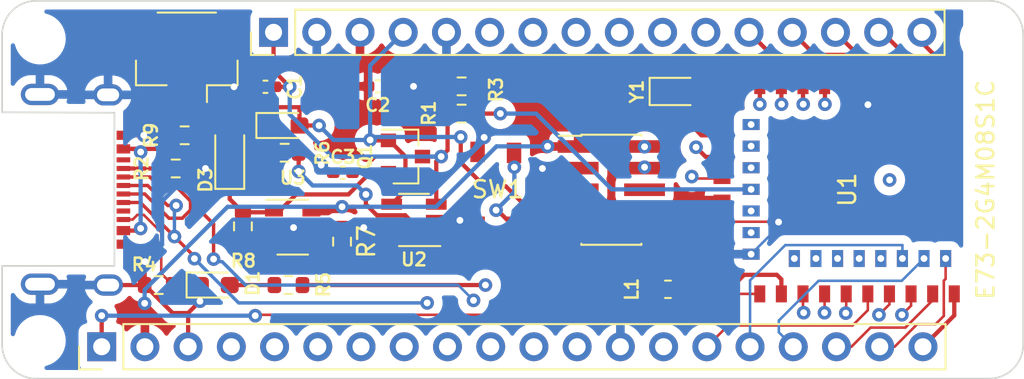
<source format=kicad_pcb>
(kicad_pcb (version 20210424) (generator pcbnew)
  (layers (0 "F.Cu" signal) (1 "In1.Cu" signal) (2 "In2.Cu" signal) (31 "B.Cu" signal) (34 "B.Paste" user) (35 "F.Paste" user) (36 "B.SilkS" user "B.Silkscreen") (37 "F.SilkS" user "F.Silkscreen") (38 "B.Mask" user) (39 "F.Mask" user) (44 "Edge.Cuts" user))
  (net 0 "")
  (net 1 "GND")
  (net 2 "VBAT")
  (net 3 "VCC")
  (net 4 "Net-(C3-Pad1)")
  (net 5 "Net-(D1-Pad2)")
  (net 6 "Net-(D2-Pad1)")
  (net 7 "VUSB")
  (net 8 "SWDIO")
  (net 9 "SWDCLK")
  (net 10 "D+")
  (net 11 "D-")
  (net 12 "CC1")
  (net 13 "CC2")
  (net 14 "RESET")
  (net 15 "/P1.11")
  (net 16 "/P1.10")
  (net 17 "/P0.03")
  (net 18 "/P0.28")
  (net 19 "/P1.13")
  (net 20 "/P0.02")
  (net 21 "/P0.29")
  (net 22 "/P0.31")
  (net 23 "/P0.30")
  (net 24 "/P0.26")
  (net 25 "/P0.06")
  (net 26 "/P0.05")
  (net 27 "/P0.08")
  (net 28 "/P0.12")
  (net 29 "/P0.10")
  (net 30 "/P1.06")
  (net 31 "/P0.09")
  (net 32 "/P1.04")
  (net 33 "/LED1")
  (net 34 "Net-(L1-Pad1)")
  (net 35 "BATTERY_PIN")
  (net 36 "Net-(R6-Pad1)")
  (net 37 "Net-(R7-Pad2)")
  (net 38 "Net-(R8-Pad2)")
  (net 39 "Net-(U1-Pad11)")
  (net 40 "Net-(U1-Pad13)")
  (net 41 "/P0.15")
  (net 42 "/P0.17")
  (net 43 "/P0.20")
  (net 44 "/P1.09")
  (net 45 "/P0.13")
  (net 46 "/P0.22")
  (net 47 "/P0.24")
  (net 48 "/P1.00")
  (net 49 "/P1.02")
  (footprint "Resistor_SMD:R_0603_1608Metric" (layer "F.Cu") (at 84.1 66.6 180)
    (fp_text reference "R4")
    (fp_text value "5.1K" hide)
  )
  (footprint "Inductor_SMD:L_0603_1608Metric_Pad1.05x0.95mm_HandSolder" (layer "F.Cu") (at 114.025 66.85 180)
    (fp_text reference "L1")
    (fp_text value "10uH" hide)
  )
  (footprint "Resistor_SMD:R_0603_1608Metric" (layer "F.Cu") (at 91.725 66.6 180)
    (fp_text reference "R5")
    (fp_text value "1K" hide)
  )
  (footprint "Diode_SMD:D_SOD-323_HandSoldering" (layer "F.Cu") (at 88.275 59.05 90)
    (fp_text reference "D3")
    (fp_text value "1N5819" hide)
  )
  (footprint "MountingHole:MountingHole_2mm" (layer "F.Cu") (at 132.675 52.125)
    (fp_text reference "H3" hide)
    (fp_text value "MountingHole" hide)
  )
  (footprint "Crystal:Crystal_SMD_2012-2Pin_2.0x1.2mm" (layer "F.Cu") (at 114.15 55.225)
    (fp_text reference "Y1")
    (fp_text value "32.768kHz" hide)
  )
  (footprint "Resistor_SMD:R_0603_1608Metric" (layer "F.Cu") (at 91.5 58.825 180)
    (fp_text reference "R6")
    (fp_text value "1K" hide)
  )
  (footprint "Resistor_SMD:R_0603_1608Metric" (layer "F.Cu") (at 101.9 54.925 180)
    (fp_text reference "R3")
    (fp_text value "2M" hide)
  )
  (footprint "IC:E73-2G4M08S1C-52840" (layer "F.Cu") (at 116.8205 61)
    (fp_text reference "U1")
    (fp_text value "E73-2G4M08S1C-52840" hide)
  )
  (footprint "Capacitor_SMD:C_0402_1005Metric_Pad0.74x0.62mm_HandSolder" (layer "F.Cu") (at 90.375 54.95)
    (fp_text reference "C1")
    (fp_text value "10uF" hide)
  )
  (footprint "Resistor_SMD:R_0603_1608Metric" (layer "F.Cu") (at 89.05 63.15 -90)
    (fp_text reference "R8")
    (fp_text value "100K" hide)
  )
  (footprint "Package_TO_SOT_SMD:SOT-23" (layer "F.Cu") (at 98.6 59.05)
    (fp_text reference "Q1")
    (fp_text value "AO3407" hide)
  )
  (footprint "Connectors:KMR621NG" (layer "F.Cu") (at 103.97 61.055 90)
    (fp_text reference "SW1")
    (fp_text value "SW_Push" hide)
  )
  (footprint "LED_SMD:LED_0603_1608Metric_Pad1.05x0.95mm_HandSolder" (layer "F.Cu") (at 87.4 66.6)
    (fp_text reference "D1")
    (fp_text value "LED1" hide)
  )
  (footprint "Resistor_SMD:R_0603_1608Metric" (layer "F.Cu") (at 101.9 56.525)
    (fp_text reference "R1")
    (fp_text value "820K" hide)
  )
  (footprint "Resistor_SMD:R_0603_1608Metric" (layer "F.Cu") (at 85.1 59.75)
    (fp_text reference "R2")
    (fp_text value "5.1K" hide)
  )
  (footprint "Connector_JST:JST_GH_SM02B-GHS-TB_1x02-1MP_P1.25mm_Horizontal" (layer "F.Cu") (at 85.75 53.15 180)
    (fp_text reference "J3" hide)
    (fp_text value "JST BATTERY INPUT" hide)
  )
  (footprint "Package_TO_SOT_SMD:TSOT-23-5" (layer "F.Cu") (at 99.1 62.8 180)
    (fp_text reference "U2")
    (fp_text value "LTC4054" hide)
  )
  (footprint "LED_SMD:LED_0603_1608Metric_Pad1.05x0.95mm_HandSolder" (layer "F.Cu") (at 91.5 57.225)
    (fp_text reference "D2" hide)
    (fp_text value "RED" hide)
  )
  (footprint "MountingHole:MountingHole_2mm" (layer "F.Cu") (at 77.125 69.875)
    (fp_text reference "H4" hide)
    (fp_text value "MountingHole" hide)
  )
  (footprint "Capacitor_SMD:C_0402_1005Metric_Pad0.74x0.62mm_HandSolder" (layer "F.Cu") (at 94.925 60 180)
    (fp_text reference "C3")
    (fp_text value "10uF" hide)
  )
  (footprint "Package_TO_SOT_SMD:SOT-23-5" (layer "F.Cu") (at 91.975 63.2)
    (fp_text reference "U3")
    (fp_text value "AP2112K-3.3" hide)
  )
  (footprint "Connectors:USB-C_C168688" (layer "F.Cu") (at 75.025 61 90)
    (fp_text reference "J2" hide)
    (fp_text value "USB_C_Receptacle_USB2.0" hide)
  )
  (footprint "Connector_PinHeader_1.27mm:PinHeader_2x05_P1.27mm_Vertical_SMD" (layer "F.Cu") (at 110.7 61)
    (fp_text reference "J1" hide)
    (fp_text value "Conn_02x05_Odd_Even" hide)
  )
  (footprint "Capacitor_SMD:C_0402_1005Metric_Pad0.74x0.62mm_HandSolder" (layer "F.Cu") (at 96.975 54.925)
    (fp_text reference "C2")
    (fp_text value "10uF" hide)
  )
  (footprint "Resistor_SMD:R_0603_1608Metric" (layer "F.Cu") (at 94.875 64.05 -90)
    (fp_text reference "R7")
    (fp_text value "2K" hide)
  )
  (footprint "Connector_PinHeader_2.54mm:PinHeader_1x16_P2.54mm_Vertical" (layer "F.Cu") (at 90.85 51.75 90)
    (fp_text reference "J5" hide)
    (fp_text value "Conn_01x16" hide)
  )
  (footprint "Connector_PinHeader_2.54mm:PinHeader_1x20_P2.54mm_Vertical" (layer "F.Cu") (at 80.75 70.225 90)
    (fp_text reference "J4" hide)
    (fp_text value "Conn_01x20" hide)
  )
  (footprint "MountingHole:MountingHole_2mm" (layer "F.Cu") (at 77.125 52.125)
    (fp_text reference "H2" hide)
    (fp_text value "MountingHole" hide)
  )
  (footprint "MountingHole:MountingHole_2mm" (layer "F.Cu") (at 132.675 69.875)
    (fp_text reference "H1" hide)
    (fp_text value "MountingHole" hide)
  )
  (footprint "Resistor_SMD:R_0603_1608Metric" (layer "F.Cu") (at 85.625 57.8 180)
    (fp_text reference "R9")
    (fp_text value "100K" hide)
  )
  (gr_arc (start 132.9 70.1) (end 132.9 72.1) (angle -90) (layer "Edge.Cuts") (width 0.1))
  (gr_line (start 81.5 56.475) (end 81.5 65.475) (layer "Edge.Cuts") (width 0.1))
  (gr_line (start 74.9 56.45) (end 81.5 56.475) (layer "Edge.Cuts") (width 0.1))
  (gr_line (start 81.5 65.475) (end 74.9 65.475) (layer "Edge.Cuts") (width 0.1))
  (gr_line (start 76.9 49.9) (end 132.9 49.9) (layer "Edge.Cuts") (width 0.1))
  (gr_line (start 132.9 72.1) (end 76.9 72.1) (layer "Edge.Cuts") (width 0.1))
  (gr_line (start 134.9 51.9) (end 134.9 70.1) (layer "Edge.Cuts") (width 0.1))
  (gr_arc (start 76.9 51.9) (end 74.9 51.9) (angle 90) (layer "Edge.Cuts") (width 0.1))
  (gr_arc (start 132.9 51.9) (end 134.9 51.9) (angle -90) (layer "Edge.Cuts") (width 0.1))
  (gr_line (start 74.9 56.45) (end 74.9 51.9) (layer "Edge.Cuts") (width 0.1))
  (gr_line (start 74.9 65.475) (end 74.9 70.1) (layer "Edge.Cuts") (width 0.1))
  (gr_arc (start 76.9 70.1) (end 76.9 72.1) (angle 90) (layer "Edge.Cuts") (width 0.1))
  (segment (start 99.075 54.925) (end 101.075 54.925) (width 0.25) (layer "F.Cu") (net 1))
  (segment (start 97.5425 54.925) (end 99.075 54.925) (width 0.25) (layer "F.Cu") (net 1))
  (segment (start 106.65 62.27) (end 106.65 61) (width 0.25) (layer "F.Cu") (net 1))
  (segment (start 83.275 66.6) (end 84.92 68.245) (width 0.25) (layer "F.Cu") (net 1))
  (segment (start 120.505 62.88) (end 120.525 62.9) (width 0.15) (layer "F.Cu") (net 1))
  (segment (start 108.75 63.54) (end 107.92 63.54) (width 0.25) (layer "F.Cu") (net 1))
  (segment (start 108.75 59.73) (end 106.67 59.73) (width 0.25) (layer "F.Cu") (net 1))
  (segment (start 83.275 65.25) (end 83.3 65.225) (width 0.25) (layer "F.Cu") (net 1))
  (segment (start 92 63.2) (end 92.025 63.225) (width 0.25) (layer "F.Cu") (net 1))
  (segment (start 85.83 68.245) (end 85.83 70.225) (width 0.25) (layer "F.Cu") (net 1))
  (segment (start 86.525 67.55) (end 85.83 68.245) (width 0.25) (layer "F.Cu") (net 1))
  (segment (start 94.3575 60) (end 94.1 60) (width 0.25) (layer "F.Cu") (net 1))
  (segment (start 106.65 61) (end 106.65 59.75) (width 0.25) (layer "F.Cu") (net 1))
  (segment (start 125.775 56) (end 125.775 54.8855) (width 0.15) (layer "F.Cu") (net 1))
  (segment (start 102.175 63.175) (end 101.8 62.8) (width 0.25) (layer "F.Cu") (net 1))
  (segment (start 85.125 55) (end 85.125 57.475) (width 0.25) (layer "F.Cu") (net 1))
  (segment (start 86.525 66.6) (end 86.525 67.55) (width 0.25) (layer "F.Cu") (net 1))
  (segment (start 106.67 59.73) (end 106.65 59.75) (width 0.25) (layer "F.Cu") (net 1))
  (segment (start 101.8 62.8) (end 100.41 62.8) (width 0.25) (layer "F.Cu") (net 1))
  (segment (start 88.525 54.95) (end 89.8075 54.95) (width 0.25) (layer "F.Cu") (net 1))
  (segment (start 102.84 58.31) (end 103.225 57.925) (width 0.25) (layer "F.Cu") (net 1))
  (segment (start 90.875 63.2) (end 92 63.2) (width 0.25) (layer "F.Cu") (net 1))
  (segment (start 125.775 54.8855) (end 125.7705 54.881) (width 0.15) (layer "F.Cu") (net 1))
  (segment (start 82.275 64.2) (end 83.3 65.225) (width 0.25) (layer "F.Cu") (net 1))
  (segment (start 84.92 68.245) (end 85.83 68.245) (width 0.25) (layer "F.Cu") (net 1))
  (segment (start 92.025 63.225) (end 94.875 63.225) (width 0.25) (layer "F.Cu") (net 1))
  (segment (start 83.275 66.6) (end 83.275 65.25) (width 0.25) (layer "F.Cu") (net 1))
  (segment (start 85.125 57.475) (end 84.8 57.8) (width 0.25) (layer "F.Cu") (net 1))
  (segment (start 94.1 60) (end 93.65 59.55) (width 0.25) (layer "F.Cu") (net 1))
  (segment (start 102.84 63.175) (end 102.175 63.175) (width 0.25) (layer "F.Cu") (net 1))
  (segment (start 81.125 66.6) (end 83.275 66.6) (width 0.25) (layer "F.Cu") (net 1))
  (segment (start 86.85 59.75) (end 85.925 59.75) (width 0.25) (layer "F.Cu") (net 1))
  (segment (start 102.84 58.775) (end 102.84 58.31) (width 0.25) (layer "F.Cu") (net 1))
  (segment (start 94.875 63.225) (end 96.15 63.225) (width 0.25) (layer "F.Cu") (net 1))
  (segment (start 83.225 57.8) (end 84.8 57.8) (width 0.25) (layer "F.Cu") (net 1))
  (segment (start 117.2015 62.88) (end 120.505 62.88) (width 0.15) (layer "F.Cu") (net 1))
  (segment (start 82.025 64.2) (end 82.275 64.2) (width 0.25) (layer "F.Cu") (net 1))
  (segment (start 108.75 61) (end 106.65 61) (width 0.25) (layer "F.Cu") (net 1))
  (segment (start 82.025 57.8) (end 83.225 57.8) (width 0.25) (layer "F.Cu") (net 1))
  (segment (start 107.92 63.54) (end 106.65 62.27) (width 0.25) (layer "F.Cu") (net 1))
  (via (at 93.65 59.55) (size 0.8) (drill 0.4) (layers "F.Cu" "B.Cu") (net 1))
  (via (at 92.025 63.225) (size 0.8) (drill 0.4) (layers "F.Cu" "B.Cu") (net 1))
  (via (at 106.65 59.75) (size 0.8) (drill 0.4) (layers "F.Cu" "B.Cu") (net 1))
  (via (at 99.075 54.925) (size 0.8) (drill 0.4) (layers "F.Cu" "B.Cu") (net 1))
  (via (at 101.8 62.8) (size 0.8) (drill 0.4) (layers "F.Cu" "B.Cu") (net 1))
  (via (at 125.775 56) (size 0.8) (drill 0.4) (layers "F.Cu" "B.Cu") (net 1))
  (via (at 88.525 54.95) (size 0.8) (drill 0.4) (layers "F.Cu" "B.Cu") (net 1))
  (via (at 83.3 65.225) (size 0.8) (drill 0.4) (layers "F.Cu" "B.Cu") (net 1))
  (via (at 86.85 59.75) (size 0.8) (drill 0.4) (layers "F.Cu" "B.Cu") (net 1))
  (via (at 103.225 57.925) (size 0.8) (drill 0.4) (layers "F.Cu" "B.Cu") (net 1))
  (via (at 86.525 67.55) (size 0.8) (drill 0.4) (layers "F.Cu" "B.Cu") (net 1))
  (via (at 96.15 63.225) (size 0.8) (drill 0.4) (layers "F.Cu" "B.Cu") (net 1))
  (via (at 83.225 57.8) (size 0.8) (drill 0.4) (layers "F.Cu" "B.Cu") (net 1))
  (via (at 120.525 62.9) (size 0.8) (drill 0.4) (layers "F.Cu" "B.Cu") (net 1))
  (segment (start 120.525 62.9) (end 125.775 57.65) (width 0.15) (layer "B.Cu") (net 1))
  (segment (start 120.525 62.9) (end 120.525 63.1745) (width 0.15) (layer "B.Cu") (net 1))
  (segment (start 120.525 63.1745) (end 118.9125 64.787) (width 0.15) (layer "B.Cu") (net 1))
  (segment (start 86.227723 59.75) (end 84.300489 61.677234) (width 0.25) (layer "B.Cu") (net 1))
  (segment (start 84.300489 61.677234) (end 84.300489 64.224511) (width 0.25) (layer "B.Cu") (net 1))
  (segment (start 96.15 63.225) (end 101.375 63.225) (width 0.25) (layer "B.Cu") (net 1))
  (segment (start 125.775 57.65) (end 125.775 56) (width 0.15) (layer "B.Cu") (net 1))
  (segment (start 101.375 63.225) (end 101.8 62.8) (width 0.25) (layer "B.Cu") (net 1))
  (segment (start 84.300489 64.224511) (end 83.3 65.225) (width 0.25) (layer "B.Cu") (net 1))
  (segment (start 86.85 59.75) (end 86.227723 59.75) (width 0.25) (layer "B.Cu") (net 1))
  (segment (start 101.075 56.525) (end 101.075 58.675) (width 0.25) (layer "F.Cu") (net 2))
  (segment (start 100.41 59.34) (end 100.7 59.05) (width 0.25) (layer "F.Cu") (net 2))
  (segment (start 90.9425 54.95) (end 91.8 54.95) (width 0.25) (layer "F.Cu") (net 2))
  (segment (start 90.85 54) (end 90.85 53.9) (width 0.25) (layer "F.Cu") (net 2))
  (segment (start 90.85 53.9) (end 87.475 53.9) (width 0.25) (layer "F.Cu") (net 2))
  (segment (start 101.075 58.675) (end 100.7 59.05) (width 0.25) (layer "F.Cu") (net 2))
  (segment (start 100.41 61.85) (end 100.41 59.34) (width 0.25) (layer "F.Cu") (net 2))
  (segment (start 100.7 59.05) (end 99.6 59.05) (width 0.25) (layer "F.Cu") (net 2))
  (segment (start 91.8 54.95) (end 90.85 54) (width 0.25) (layer "F.Cu") (net 2))
  (segment (start 90.85 51.75) (end 90.85 53.9) (width 0.25) (layer "F.Cu") (net 2))
  (segment (start 87.475 53.9) (end 86.375 55) (width 0.25) (layer "F.Cu") (net 2))
  (via (at 100.7 59.05) (size 0.8) (drill 0.4) (layers "F.Cu" "B.Cu") (net 2))
  (via (at 91.8 54.95) (size 0.8) (drill 0.4) (layers "F.Cu" "B.Cu") (net 2))
  (segment (start 91.8 54.95) (end 91.8 56.572277) (width 0.25) (layer "B.Cu") (net 2))
  (segment (start 94.277723 59.05) (end 100.7 59.05) (width 0.25) (layer "B.Cu") (net 2))
  (segment (start 91.8 56.572277) (end 94.277723 59.05) (width 0.25) (layer "B.Cu") (net 2))
  (segment (start 106.95 58.45) (end 108.74 58.45) (width 0.25) (layer "F.Cu") (net 3))
  (segment (start 94.625 62.25) (end 94.875 62) (width 0.25) (layer "F.Cu") (net 3))
  (segment (start 93.075 62.25) (end 94.625 62.25) (width 0.25) (layer "F.Cu") (net 3))
  (segment (start 83.275 67.6) (end 83.29 67.615) (width 0.25) (layer "F.Cu") (net 3))
  (segment (start 83.29 67.69) (end 83.29 70.225) (width 0.25) (layer "F.Cu") (net 3))
  (segment (start 83.29 67.815) (end 83.275 67.8) (width 0.25) (layer "F.Cu") (net 3))
  (segment (start 108.74 58.45) (end 108.75 58.46) (width 0.25) (layer "F.Cu") (net 3))
  (segment (start 83.275 67.675) (end 83.29 67.69) (width 0.25) (layer "F.Cu") (net 3))
  (via (at 94.875 62) (size 0.8) (drill 0.4) (layers "F.Cu" "B.Cu") (net 3))
  (via (at 106.95 58.45) (size 0.8) (drill 0.4) (layers "F.Cu" "B.Cu") (net 3))
  (via (at 83.275 67.675) (size 0.8) (drill 0.4) (layers "F.Cu" "B.Cu") (net 3))
  (segment (start 103.375 59.025) (end 103.95 58.45) (width 0.25) (layer "B.Cu") (net 3))
  (segment (start 100.375 62) (end 100.4 62) (width 0.25) (layer "B.Cu") (net 3))
  (segment (start 83.275 67.675) (end 83.275 66.877723) (width 0.25) (layer "B.Cu") (net 3))
  (segment (start 88.152723 62) (end 83.275 66.877723) (width 0.25) (layer "B.Cu") (net 3))
  (segment (start 94.875 62) (end 100.375 62) (width 0.25) (layer "B.Cu") (net 3))
  (segment (start 103.95 58.45) (end 106.95 58.45) (width 0.25) (layer "B.Cu") (net 3))
  (segment (start 94.875 62) (end 88.152723 62) (width 0.25) (layer "B.Cu") (net 3))
  (segment (start 100.4 62) (end 103.375 59.025) (width 0.25) (layer "B.Cu") (net 3))
  (segment (start 89.05 62.325) (end 90.8 62.325) (width 0.25) (layer "F.Cu") (net 4))
  (segment (start 95.249511 61.275489) (end 96.525 60) (width 0.25) (layer "F.Cu") (net 4))
  (segment (start 95.4925 60) (end 96.525 60) (width 0.25) (layer "F.Cu") (net 4))
  (segment (start 92.174511 61.275489) (end 95.249511 61.275489) (width 0.25) (layer "F.Cu") (net 4))
  (segment (start 96.525 60) (end 97.6 60) (width 0.25) (layer "F.Cu") (net 4))
  (segment (start 90.875 62.25) (end 91.2 62.25) (width 0.25) (layer "F.Cu") (net 4))
  (segment (start 91.775 61.675) (end 92.174511 61.275489) (width 0.25) (layer "F.Cu") (net 4))
  (segment (start 91.2 62.25) (end 91.775 61.675) (width 0.25) (layer "F.Cu") (net 4))
  (segment (start 88.275 61.55) (end 89.05 62.325) (width 0.25) (layer "F.Cu") (net 4))
  (segment (start 90.8 62.325) (end 90.875 62.25) (width 0.25) (layer "F.Cu") (net 4))
  (segment (start 88.275 60.3) (end 88.275 61.55) (width 0.25) (layer "F.Cu") (net 4))
  (segment (start 88.275 66.6) (end 90.9 66.6) (width 0.25) (layer "F.Cu") (net 5))
  (segment (start 90.675 58.825) (end 90.675 57.275) (width 0.25) (layer "F.Cu") (net 6))
  (segment (start 90.675 57.275) (end 90.625 57.225) (width 0.25) (layer "F.Cu") (net 6))
  (segment (start 120.425 66) (end 118.50048 66) (width 0.25) (layer "F.Cu") (net 7))
  (segment (start 116.55048 67.95) (end 109.3 67.95) (width 0.25) (layer "F.Cu") (net 7))
  (segment (start 98.6 61.04) (end 97.79 61.85) (width 0.25) (layer "F.Cu") (net 7))
  (segment (start 97.6 58.1) (end 96.55 58.1) (width 0.25) (layer "F.Cu") (net 7))
  (segment (start 101.85 59.39412) (end 101.85 57.9) (width 0.25) (layer "F.Cu") (net 7))
  (segment (start 92.375 56.15) (end 92.375 57.225) (width 0.25) (layer "F.Cu") (net 7))
  (segment (start 82.025 58.6) (end 85.65 58.6) (width 0.25) (layer "F.Cu") (net 7))
  (segment (start 97.65 58.1) (end 98.6 59.05) (width 0.25) (layer "F.Cu") (net 7))
  (segment (start 106.075 62.375) (end 104.5 60.8) (width 0.25) (layer "F.Cu") (net 7))
  (segment (start 106.075 64.725) (end 106.075 62.375) (width 0.25) (layer "F.Cu") (net 7))
  (segment (start 82.025 63.4) (end 82.867582 63.4) (width 0.25) (layer "F.Cu") (net 7))
  (segment (start 93.525 57.225) (end 92.375 57.225) (width 0.25) (layer "F.Cu") (net 7))
  (segment (start 104.5 60.8) (end 103.25588 60.8) (width 0.25) (layer "F.Cu") (net 7))
  (segment (start 85.65 58.6) (end 86.45 57.8) (width 0.25) (layer "F.Cu") (net 7))
  (segment (start 82.025 58.6) (end 82.85842 58.6) (width 0.25) (layer "F.Cu") (net 7))
  (segment (start 96.55 58.1) (end 96.525 58.075) (width 0.25) (layer "F.Cu") (net 7))
  (segment (start 82.85842 58.6) (end 83.040803 58.782383) (width 0.25) (layer "F.Cu") (net 7))
  (segment (start 120.6905 66.2655) (end 120.425 66) (width 0.25) (layer "F.Cu") (net 7))
  (segment (start 97.6 58.1) (end 97.65 58.1) (width 0.25) (layer "F.Cu") (net 7))
  (segment (start 88.275 57.8) (end 86.45 57.8) (width 0.25) (layer "F.Cu") (net 7))
  (segment (start 103.25588 60.8) (end 101.85 59.39412) (width 0.25) (layer "F.Cu") (net 7))
  (segment (start 89.925 56.15) (end 92.375 56.15) (width 0.25) (layer "F.Cu") (net 7))
  (segment (start 82.867582 63.4) (end 83.038766 63.228816) (width 0.25) (layer "F.Cu") (net 7))
  (segment (start 118.50048 66) (end 116.55048 67.95) (width 0.25) (layer "F.Cu") (net 7))
  (segment (start 120.6905 67.119) (end 120.6905 66.2655) (width 0.25) (layer "F.Cu") (net 7))
  (segment (start 98.6 59.05) (end 98.6 61.04) (width 0.25) (layer "F.Cu") (net 7))
  (segment (start 109.3 67.95) (end 106.075 64.725) (width 0.25) (layer "F.Cu") (net 7))
  (segment (start 88.275 57.8) (end 89.925 56.15) (width 0.25) (layer "F.Cu") (net 7))
  (via (at 83.040803 58.782383) (size 0.8) (drill 0.4) (layers "F.Cu" "B.Cu") (net 7))
  (via (at 93.525 57.225) (size 0.8) (drill 0.4) (layers "F.Cu" "B.Cu") (net 7))
  (via (at 96.525 58.075) (size 0.8) (drill 0.4) (layers "F.Cu" "B.Cu") (net 7))
  (via (at 83.038766 63.275) (size 0.8) (drill 0.4) (layers "F.Cu" "B.Cu") (net 7))
  (via (at 101.85 57.9) (size 0.8) (drill 0.4) (layers "F.Cu" "B.Cu") (net 7))
  (segment (start 83.038766 58.78442) (end 83.040803 58.782383) (width 0.25) (layer "B.Cu") (net 7))
  (segment (start 96.7 57.9) (end 96.525 58.075) (width 0.25) (layer "B.Cu") (net 7))
  (segment (start 96.525 58.075) (end 96.525 53.695) (width 0.25) (layer "B.Cu") (net 7))
  (segment (start 101.85 57.9) (end 96.7 57.9) (width 0.25) (layer "B.Cu") (net 7))
  (segment (start 94.375 58.075) (end 93.525 57.225) (width 0.25) (layer "B.Cu") (net 7))
  (segment (start 96.525 58.075) (end 94.375 58.075) (width 0.25) (layer "B.Cu") (net 7))
  (segment (start 83.038766 63.275) (end 83.038766 58.78442) (width 0.25) (layer "B.Cu") (net 7))
  (segment (start 96.525 53.695) (end 98.47 51.75) (width 0.25) (layer "B.Cu") (net 7))
  (segment (start 127.0405 67.119) (end 127.0405 67.7345) (width 0.15) (layer "F.Cu") (net 8))
  (segment (start 112.65 58.46) (end 112.65 58.475) (width 0.25) (layer "F.Cu") (net 8))
  (segment (start 127.0405 67.7345) (end 126.425 68.35) (width 0.15) (layer "F.Cu") (net 8))
  (segment (start 127.05 67.1095) (end 127.0405 67.119) (width 0.25) (layer "F.Cu") (net 8))
  (via (at 126.425 68.35) (size 0.8) (drill 0.4) (layers "F.Cu" "B.Cu") (net 8))
  (via (at 127.05 60.425) (size 0.8) (drill 0.4) (layers "F.Cu" "B.Cu") (net 8))
  (via (at 112.65 58.475) (size 0.8) (drill 0.4) (layers "F.Cu" "B.Cu") (net 8))
  (segment (start 128.3105 67.119) (end 128.3105 67.812038) (width 0.15) (layer "F.Cu") (net 9))
  (segment (start 128.325 67.1045) (end 128.3105 67.119) (width 0.25) (layer "F.Cu") (net 9))
  (segment (start 128.3105 67.812038) (end 127.773769 68.348769) (width 0.15) (layer "F.Cu") (net 9))
  (segment (start 112.65 59.73) (end 112.65 59.675) (width 0.25) (layer "F.Cu") (net 9))
  (via (at 112.65 59.675) (size 0.8) (drill 0.4) (layers "F.Cu" "B.Cu") (net 9))
  (via (at 127.773769 68.348769) (size 0.8) (drill 0.4) (layers "F.Cu" "B.Cu") (net 9))
  (segment (start 82.025 61.75) (end 83.025 61.75) (width 0.2) (layer "F.Cu") (net 10))
  (segment (start 123.2305 67.119) (end 123.2305 68.2195) (width 0.15) (layer "F.Cu") (net 10))
  (segment (start 83.450782 60.75) (end 84.625783 61.925) (width 0.2) (layer "F.Cu") (net 10))
  (segment (start 84.625783 61.925) (end 85.125 61.925) (width 0.2) (layer "F.Cu") (net 10))
  (segment (start 123.2305 68.2195) (end 123.225 68.225) (width 0.15) (layer "F.Cu") (net 10))
  (segment (start 86.2 65.05) (end 86.025 65.05) (width 0.2) (layer "F.Cu") (net 10))
  (segment (start 82.025 60.75) (end 83.450782 60.75) (width 0.2) (layer "F.Cu") (net 10))
  (segment (start 83.025 61.75) (end 85.025 63.75) (width 0.2) (layer "F.Cu") (net 10))
  (segment (start 86.2 65.05) (end 86.2 64.925) (width 0.2) (layer "F.Cu") (net 10))
  (segment (start 86.2 64.925) (end 85.025 63.75) (width 0.2) (layer "F.Cu") (net 10))
  (segment (start 85.025 64.025) (end 85.175 64.025) (width 0.2) (layer "F.Cu") (net 10))
  (segment (start 85 64.025) (end 85.025 64.025) (width 0.2) (layer "F.Cu") (net 10))
  (via (at 123.225 68.225) (size 0.8) (drill 0.4) (layers "F.Cu" "B.Cu") (net 10))
  (via (at 85.025 63.75) (size 0.8) (drill 0.4) (layers "F.Cu" "B.Cu") (net 10))
  (via (at 99.875 67.65) (size 0.8) (drill 0.4) (layers "F.Cu" "B.Cu") (net 10))
  (via (at 86.2 65.05) (size 0.8) (drill 0.4) (layers "F.Cu" "B.Cu") (net 10))
  (via (at 85.125 61.925) (size 0.8) (drill 0.4) (layers "F.Cu" "B.Cu") (net 10))
  (segment (start 88.8 67.65) (end 99.875 67.65) (width 0.2) (layer "B.Cu") (net 10))
  (segment (start 85.025 62.025) (end 85.125 61.925) (width 0.2) (layer "B.Cu") (net 10))
  (segment (start 86.2 65.05) (end 88.8 67.65) (width 0.2) (layer "B.Cu") (net 10))
  (segment (start 85.025 63.75) (end 85.025 62.025) (width 0.2) (layer "B.Cu") (net 10))
  (segment (start 121.9605 68.2105) (end 122 68.25) (width 0.15) (layer "F.Cu") (net 11))
  (segment (start 87.325 65.225) (end 87.325 65.065723) (width 0.2) (layer "F.Cu") (net 11))
  (segment (start 87.325 63.015723) (end 85.967139 61.657861) (width 0.2) (layer "F.Cu") (net 11))
  (segment (start 85.134277 60.825) (end 84.1615 60.825) (width 0.2) (layer "F.Cu") (net 11))
  (segment (start 87.325 65.075) (end 87.325 63.015723) (width 0.2) (layer "F.Cu") (net 11))
  (segment (start 87.325 63.015723) (end 85.134277 60.825) (width 0.2) (layer "F.Cu") (net 11))
  (segment (start 85.967139 62.192138) (end 85.967139 61.657861) (width 0.2) (layer "F.Cu") (net 11))
  (segment (start 83.5865 60.25) (end 82.025 60.25) (width 0.2) (layer "F.Cu") (net 11))
  (segment (start 84.709465 62.674511) (end 85.484766 62.674511) (width 0.2) (layer "F.Cu") (net 11))
  (segment (start 82.025 61.25) (end 83.284954 61.25) (width 0.2) (layer "F.Cu") (net 11))
  (segment (start 84.1615 60.825) (end 83.5865 60.25) (width 0.2) (layer "F.Cu") (net 11))
  (segment (start 83.284954 61.25) (end 84.709465 62.674511) (width 0.2) (layer "F.Cu") (net 11))
  (segment (start 85.967139 61.657861) (end 85.874511 61.565234) (width 0.2) (layer "F.Cu") (net 11))
  (segment (start 85.484766 62.674511) (end 85.967139 62.192138) (width 0.2) (layer "F.Cu") (net 11))
  (segment (start 121.9605 67.119) (end 121.9605 68.2105) (width 0.15) (layer "F.Cu") (net 11))
  (via (at 102.6 67.5) (size 0.8) (drill 0.4) (layers "F.Cu" "B.Cu") (net 11))
  (via (at 122 68.225) (size 0.8) (drill 0.4) (layers "F.Cu" "B.Cu") (net 11))
  (via (at 87.325 65.075) (size 0.8) (drill 0.4) (layers "F.Cu" "B.Cu") (net 11))
  (segment (start 87.825 65.225) (end 89.20086 66.60086) (width 0.2) (layer "B.Cu") (net 11))
  (segment (start 87.825 65.225) (end 87.475 65.225) (width 0.2) (layer "B.Cu") (net 11))
  (segment (start 101.577609 66.60086) (end 89.20086 66.60086) (width 0.2) (layer "B.Cu") (net 11))
  (segment (start 87.475 65.225) (end 87.325 65.075) (width 0.2) (layer "B.Cu") (net 11))
  (segment (start 101.70086 66.60086) (end 102.6 67.5) (width 0.15) (layer "B.Cu") (net 11))
  (segment (start 101.577609 66.60086) (end 101.70086 66.60086) (width 0.15) (layer "B.Cu") (net 11))
  (segment (start 82.025 59.75) (end 84.275 59.75) (width 0.25) (layer "F.Cu") (net 12))
  (segment (start 84.25 65.925) (end 84.925 66.6) (width 0.15) (layer "F.Cu") (net 13))
  (segment (start 82.575 62.75) (end 82.85 62.475) (width 0.15) (layer "F.Cu") (net 13))
  (segment (start 83.220348 62.475) (end 84.25 63.504652) (width 0.15) (layer "F.Cu") (net 13))
  (segment (start 82.85 62.475) (end 83.220348 62.475) (width 0.15) (layer "F.Cu") (net 13))
  (segment (start 84.25 63.504652) (end 84.25 65.925) (width 0.15) (layer "F.Cu") (net 13))
  (segment (start 82.025 62.75) (end 82.575 62.75) (width 0.15) (layer "F.Cu") (net 13))
  (segment (start 89.82548 68.34952) (end 89.775 68.4) (width 0.15) (layer "F.Cu") (net 14))
  (segment (start 104.98 58.835) (end 104.98 59.655) (width 0.25) (layer "F.Cu") (net 14))
  (segment (start 104.005 62.2) (end 104.98 63.175) (width 0.25) (layer "F.Cu") (net 14))
  (segment (start 103.925 62.2) (end 104.005 62.2) (width 0.25) (layer "F.Cu") (net 14))
  (segment (start 116.715966 68.34952) (end 117.946486 67.119) (width 0.15) (layer "F.Cu") (net 14))
  (segment (start 119.4205 67.119) (end 119.4205 66.944) (width 0.15) (layer "F.Cu") (net 14))
  (segment (start 117.946486 67.119) (end 119.4205 67.119) (width 0.15) (layer "F.Cu") (net 14))
  (segment (start 116.715966 68.34952) (end 89.82548 68.34952) (width 0.15) (layer "F.Cu") (net 14))
  (segment (start 80.75 68.4) (end 80.75 70.225) (width 0.25) (layer "F.Cu") (net 14))
  (segment (start 104.98 59.655) (end 105 59.675) (width 0.25) (layer "F.Cu") (net 14))
  (via (at 80.75 68.4) (size 0.8) (drill 0.4) (layers "F.Cu" "B.Cu") (net 14))
  (via (at 89.775 68.4) (size 0.8) (drill 0.4) (layers "F.Cu" "B.Cu") (net 14))
  (via (at 105 59.675) (size 0.8) (drill 0.4) (layers "F.Cu" "B.Cu") (net 14))
  (via (at 103.925 62.2) (size 0.8) (drill 0.4) (layers "F.Cu" "B.Cu") (net 14))
  (segment (start 89.775 68.4) (end 80.75 68.4) (width 0.25) (layer "B.Cu") (net 14))
  (segment (start 105 59.675) (end 105 61.125) (width 0.25) (layer "B.Cu") (net 14))
  (segment (start 105 61.125) (end 103.925 62.2) (width 0.25) (layer "B.Cu") (net 14))
  (segment (start 128.95 52.35) (end 128.95 51.75) (width 0.25) (layer "F.Cu") (net 15))
  (segment (start 130.8505 54.881) (end 130.8505 54.2505) (width 0.25) (layer "F.Cu") (net 15))
  (segment (start 130.8505 54.2505) (end 128.95 52.35) (width 0.25) (layer "F.Cu") (net 15))
  (segment (start 126.6245 51.75) (end 129.5805 54.706) (width 0.25) (layer "F.Cu") (net 16))
  (segment (start 129.5805 54.706) (end 129.5805 54.881) (width 0.25) (layer "F.Cu") (net 16))
  (segment (start 126.41 51.75) (end 126.6245 51.75) (width 0.25) (layer "F.Cu") (net 16))
  (segment (start 128.3105 54.1355) (end 128.3105 54.881) (width 0.25) (layer "F.Cu") (net 17))
  (segment (start 127.325 53.15) (end 128.3105 54.1355) (width 0.25) (layer "F.Cu") (net 17))
  (segment (start 125.425 53.15) (end 127.325 53.15) (width 0.25) (layer "F.Cu") (net 17))
  (segment (start 123.87 51.75) (end 125.27 53.15) (width 0.25) (layer "F.Cu") (net 17))
  (segment (start 125.27 53.15) (end 127.325 53.15) (width 0.25) (layer "F.Cu") (net 17))
  (segment (start 127.0405 54.2655) (end 126.37452 53.59952) (width 0.25) (layer "F.Cu") (net 18))
  (segment (start 122.655 53.075) (end 121.33 51.75) (width 0.25) (layer "F.Cu") (net 18))
  (segment (start 124.55 53.075) (end 122.655 53.075) (width 0.25) (layer "F.Cu") (net 18))
  (segment (start 127.0405 54.881) (end 127.0405 54.2655) (width 0.25) (layer "F.Cu") (net 18))
  (segment (start 126.37452 53.59952) (end 125.07452 53.59952) (width 0.25) (layer "F.Cu") (net 18))
  (segment (start 122.655 53.075) (end 122.225 52.645) (width 0.25) (layer "F.Cu") (net 18))
  (segment (start 125.07452 53.59952) (end 124.55 53.075) (width 0.25) (layer "F.Cu") (net 18))
  (segment (start 124.5005 54.881) (end 124.5005 54.1505) (width 0.25) (layer "F.Cu") (net 19))
  (segment (start 123.87452 53.52452) (end 120.56452 53.52452) (width 0.25) (layer "F.Cu") (net 19))
  (segment (start 120.56452 53.52452) (end 118.79 51.75) (width 0.25) (layer "F.Cu") (net 19))
  (segment (start 124.5005 54.1505) (end 123.87452 53.52452) (width 0.25) (layer "F.Cu") (net 19))
  (segment (start 123.25 54.9005) (end 123.2305 54.881) (width 0.25) (layer "F.Cu") (net 20))
  (segment (start 123.25 55.975) (end 123.25 54.9005) (width 0.25) (layer "F.Cu") (net 20))
  (via (at 123.25 55.975) (size 0.8) (drill 0.4) (layers "F.Cu" "B.Cu") (net 20))
  (segment (start 121.9605 54.881) (end 121.9605 55.9605) (width 0.25) (layer "F.Cu") (net 21))
  (segment (start 121.9605 55.9605) (end 121.975 55.975) (width 0.25) (layer "F.Cu") (net 21))
  (via (at 121.975 55.975) (size 0.8) (drill 0.4) (layers "F.Cu" "B.Cu") (net 21))
  (segment (start 120.6905 55.9655) (end 120.7 55.975) (width 0.25) (layer "F.Cu") (net 22))
  (segment (start 120.6905 54.881) (end 120.6905 55.9655) (width 0.25) (layer "F.Cu") (net 22))
  (via (at 120.7 55.975) (size 0.8) (drill 0.4) (layers "F.Cu" "B.Cu") (net 22))
  (segment (start 119.425 55.975) (end 119.425 54.8855) (width 0.25) (layer "F.Cu") (net 23))
  (segment (start 119.425 54.8855) (end 119.4205 54.881) (width 0.25) (layer "F.Cu") (net 23))
  (via (at 119.425 55.975) (size 0.8) (drill 0.4) (layers "F.Cu" "B.Cu") (net 23))
  (segment (start 117.2015 59.07) (end 116.245 59.07) (width 0.25) (layer "F.Cu") (net 26))
  (segment (start 116.245 59.07) (end 115.675 58.5) (width 0.25) (layer "F.Cu") (net 26))
  (via (at 115.675 58.5) (size 0.8) (drill 0.4) (layers "F.Cu" "B.Cu") (net 26))
  (segment (start 130.8505 68.3845) (end 129.01 70.225) (width 0.25) (layer "F.Cu") (net 29))
  (segment (start 130.8505 67.119) (end 130.8505 68.3845) (width 0.25) (layer "F.Cu") (net 29))
  (segment (start 130.3425 66.236902) (end 130.3425 65.041) (width 0.15) (layer "F.Cu") (net 30))
  (segment (start 127.345723 70.225) (end 128.670723 68.9) (width 0.15) (layer "F.Cu") (net 30))
  (segment (start 130.234913 66.344489) (end 130.3425 66.236902) (width 0.15) (layer "F.Cu") (net 30))
  (segment (start 130.234913 68.415087) (end 130.234913 67.965087) (width 0.15) (layer "F.Cu") (net 30))
  (segment (start 128.670723 68.9) (end 129.75 68.9) (width 0.15) (layer "F.Cu") (net 30))
  (segment (start 130.234913 68.415087) (end 130.234913 66.344489) (width 0.15) (layer "F.Cu") (net 30))
  (segment (start 129.75 68.9) (end 130.234913 68.415087) (width 0.15) (layer "F.Cu") (net 30))
  (segment (start 126.47 70.225) (end 127.345723 70.225) (width 0.15) (layer "F.Cu") (net 30))
  (segment (start 129.5805 67.495927) (end 129.5805 67.119) (width 0.15) (layer "F.Cu") (net 31))
  (segment (start 124.805723 70.225) (end 125.930723 69.1) (width 0.15) (layer "F.Cu") (net 31))
  (segment (start 127.976427 69.1) (end 129.5805 67.495927) (width 0.15) (layer "F.Cu") (net 31))
  (segment (start 125.930723 69.1) (end 127.976427 69.1) (width 0.15) (layer "F.Cu") (net 31))
  (segment (start 123.93 70.225) (end 124.805723 70.225) (width 0.15) (layer "F.Cu") (net 31))
  (segment (start 127.7635 66.35) (end 122.876723 66.35) (width 0.15) (layer "B.Cu") (net 32))
  (segment (start 129.0725 65.041) (end 127.7635 66.35) (width 0.15) (layer "B.Cu") (net 32))
  (segment (start 122.876723 66.35) (end 120.54 68.686723) (width 0.15) (layer "B.Cu") (net 32))
  (segment (start 120.54 68.686723) (end 120.54 69.375) (width 0.15) (layer "B.Cu") (net 32))
  (segment (start 120.54 69.375) (end 121.39 70.225) (width 0.15) (layer "B.Cu") (net 32))
  (segment (start 103.3 66.6) (end 92.55 66.6) (width 0.25) (layer "F.Cu") (net 33))
  (via (at 103.3 66.6) (size 0.8) (drill 0.4) (layers "F.Cu" "B.Cu") (net 33))
  (segment (start 117.2015 65.42) (end 116.33 65.42) (width 0.25) (layer "F.Cu") (net 34))
  (segment (start 116.33 65.42) (end 114.9 66.85) (width 0.25) (layer "F.Cu") (net 34))
  (segment (start 102.725 56.525) (end 104.175 56.525) (width 0.25) (layer "F.Cu") (net 35))
  (segment (start 102.725 54.925) (end 102.725 56.525) (width 0.25) (layer "F.Cu") (net 35))
  (via (at 104.175 56.525) (size 0.8) (drill 0.4) (layers "F.Cu" "B.Cu") (net 35))
  (segment (start 110.727 60.977) (end 106.275 56.525) (width 0.25) (layer "B.Cu") (net 35))
  (segment (start 106.275 56.525) (end 104.175 56.525) (width 0.25) (layer "B.Cu") (net 35))
  (segment (start 118.9125 60.977) (end 110.727 60.977) (width 0.25) (layer "B.Cu") (net 35))
  (segment (start 99.84088 63.75) (end 100.41 63.75) (width 0.25) (layer "F.Cu") (net 36))
  (segment (start 98.590391 62.499511) (end 99.84088 63.75) (width 0.25) (layer "F.Cu") (net 36))
  (segment (start 96.920391 62.499511) (end 96.274799 61.853919) (width 0.25) (layer "F.Cu") (net 36))
  (segment (start 92.325 59.925) (end 92.325 58.825) (width 0.25) (layer "F.Cu") (net 36))
  (segment (start 92.325 58.825) (end 92.325 59.3) (width 0.25) (layer "F.Cu") (net 36))
  (segment (start 98.590391 62.499511) (end 96.920391 62.499511) (width 0.25) (layer "F.Cu") (net 36))
  (segment (start 96.274799 61.853919) (end 96.274799 61.274799) (width 0.25) (layer "F.Cu") (net 36))
  (via (at 96.274799 61.274799) (size 0.8) (drill 0.4) (layers "F.Cu" "B.Cu") (net 36))
  (via (at 92.325 59.925) (size 0.8) (drill 0.4) (layers "F.Cu" "B.Cu") (net 36))
  (segment (start 95.75 60.75) (end 93.15 60.75) (width 0.25) (layer "B.Cu") (net 36))
  (segment (start 93.15 60.75) (end 92.325 59.925) (width 0.25) (layer "B.Cu") (net 36))
  (segment (start 96.274799 61.274799) (end 95.75 60.75) (width 0.25) (layer "B.Cu") (net 36))
  (segment (start 96.665 64.875) (end 97.79 63.75) (width 0.25) (layer "F.Cu") (net 37))
  (segment (start 94.875 64.875) (end 96.665 64.875) (width 0.25) (layer "F.Cu") (net 37))
  (segment (start 90.7 63.975) (end 90.875 64.15) (width 0.25) (layer "F.Cu") (net 38))
  (segment (start 89.05 63.975) (end 90.7 63.975) (width 0.25) (layer "F.Cu") (net 38))
  (segment (start 117.2015 56.53) (end 116.155 56.53) (width 0.25) (layer "F.Cu") (net 39))
  (segment (start 116.155 56.53) (end 114.85 55.225) (width 0.25) (layer "F.Cu") (net 39))
  (segment (start 115.99088 57.8) (end 113.45 55.25912) (width 0.25) (layer "F.Cu") (net 40))
  (segment (start 113.45 55.25912) (end 113.45 55.225) (width 0.25) (layer "F.Cu") (net 40))
  (segment (start 117.2015 57.8) (end 115.99088 57.8) (width 0.25) (layer "F.Cu") (net 40))
  (segment (start 117.2015 60.34) (end 115.54 60.34) (width 0.15) (layer "F.Cu") (net 44))
  (segment (start 115.54 60.34) (end 115.425 60.225) (width 0.15) (layer "F.Cu") (net 44))
  (via (at 115.425 60.225) (size 0.8) (drill 0.4) (layers "F.Cu" "B.Cu") (net 44))
  (segment (start 124.5005 68.2245) (end 124.475 68.25) (width 0.15) (layer "F.Cu") (net 45))
  (segment (start 124.5005 67.119) (end 124.5005 68.2245) (width 0.15) (layer "F.Cu") (net 45))
  (via (at 124.475 68.25) (size 0.8) (drill 0.4) (layers "F.Cu" "B.Cu") (net 45))
  (segment (start 124.875 68.975) (end 117.56 68.975) (width 0.15) (layer "F.Cu") (net 47))
  (segment (start 125.7705 67.119) (end 125.7705 68.0795) (width 0.15) (layer "F.Cu") (net 47))
  (segment (start 117.56 68.975) (end 116.31 70.225) (width 0.15) (layer "F.Cu") (net 47))
  (segment (start 125.7705 68.0795) (end 124.875 68.975) (width 0.15) (layer "F.Cu") (net 47))
  (segment (start 127.8025 65.041) (end 127.8025 64.2525) (width 0.15) (layer "B.Cu") (net 49))
  (segment (start 118.85 66.32438) (end 118.85 70.225) (width 0.15) (layer "B.Cu") (net 49))
  (segment (start 120.92188 64.2525) (end 118.85 66.32438) (width 0.15) (layer "B.Cu") (net 49))
  (segment (start 127.8025 64.2525) (end 120.92188 64.2525) (width 0.15) (layer "B.Cu") (net 49))
  (zone (net 3) (net_name "VCC") (layer "F.Cu") (connect_pads (clearance 0.508)) (min_thickness 0.254) (fill yes (thermal_gap 0.508) (thermal_bridge_width 0.508))
    (polygon (pts (xy 133.25 49.925) (xy 133.725 50.05) (xy 134.225 50.4) (xy 134.575 50.775) (xy 134.8 51.2) (xy 134.9 51.7) (xy 134.9 70.15) (xy 134.8 70.725) (xy 134.525 71.275) (xy 133.925 71.8) (xy 133.475 72.05) (xy 132.675 72.1) (xy 76.925 72.1) (xy 76.2 72) (xy 75.6 71.625) (xy 75.125 71.025) (xy 74.925 70.45) (xy 74.9 69.95) (xy 74.9 65.475) (xy 81.625 65.475) (xy 81.6 56.475) (xy 74.9 56.45) (xy 74.9 51.85) (xy 74.95 51.425) (xy 75.075 51.075) (xy 75.45 50.525) (xy 75.95 50.15) (xy 76.45 49.95) (xy 76.9 49.9) (xy 132.7 49.9)))
  )
  (zone locked (net 0) (net_name "") (layers "F.Cu" "In1.Cu" "In2.Cu" "B.Cu") (connect_pads (clearance 0)) (min_thickness 0.254)
    (keepout (tracks not_allowed) (vias not_allowed) (pads allowed) (copperpour not_allowed) (footprints allowed))
    (fill (thermal_gap 0.508) (thermal_bridge_width 0.508))
    (polygon (pts (xy 133.25 49.925) (xy 133.725 50.05) (xy 134.225 50.4) (xy 134.575 50.8) (xy 134.825 51.3) (xy 134.9 52.05) (xy 134.925 70.175) (xy 134.825 70.65) (xy 134.525 71.275) (xy 134.2 71.6) (xy 133.775 71.925) (xy 133.25 72.1) (xy 131.375 72.1) (xy 131.375 49.9)))
  )
  (zone (net 1) (net_name "GND") (layer "B.Cu") (connect_pads (clearance 0.508)) (min_thickness 0.254) (fill yes (thermal_gap 0.508) (thermal_bridge_width 0.508))
    (polygon (pts (xy 133.25 49.925) (xy 133.725 50.05) (xy 134.225 50.4) (xy 134.575 50.775) (xy 134.8 51.2) (xy 134.9 51.7) (xy 134.9 70.15) (xy 134.8 70.725) (xy 134.525 71.275) (xy 133.925 71.8) (xy 133.475 72.05) (xy 132.675 72.1) (xy 76.925 72.1) (xy 76.2 72) (xy 75.6 71.625) (xy 75.125 71.025) (xy 74.925 70.45) (xy 74.9 69.95) (xy 74.9 65.475) (xy 81.625 65.475) (xy 81.6 56.475) (xy 74.9 56.45) (xy 74.9 51.85) (xy 74.95 51.425) (xy 75.075 51.075) (xy 75.45 50.525) (xy 75.95 50.15) (xy 76.45 49.95) (xy 76.9 49.9) (xy 132.7 49.9)))
  )
)
</source>
